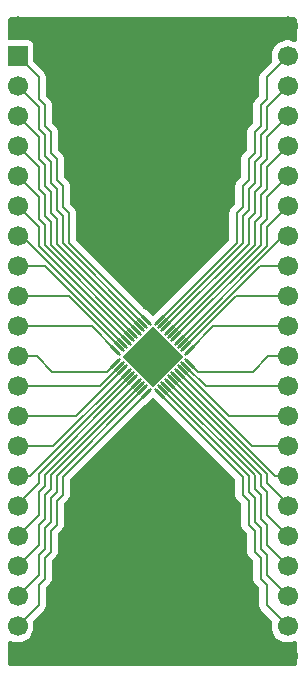
<source format=gtl>
G04 #@! TF.GenerationSoftware,KiCad,Pcbnew,9.0.6*
G04 #@! TF.CreationDate,2026-01-08T21:28:12-06:00*
G04 #@! TF.ProjectId,QFN-40_5x5_P0.4,51464e2d-3430-45f3-9578-355f50302e34,rev?*
G04 #@! TF.SameCoordinates,Original*
G04 #@! TF.FileFunction,Copper,L1,Top*
G04 #@! TF.FilePolarity,Positive*
%FSLAX46Y46*%
G04 Gerber Fmt 4.6, Leading zero omitted, Abs format (unit mm)*
G04 Created by KiCad (PCBNEW 9.0.6) date 2026-01-08 21:28:12*
%MOMM*%
%LPD*%
G01*
G04 APERTURE LIST*
G04 Aperture macros list*
%AMRoundRect*
0 Rectangle with rounded corners*
0 $1 Rounding radius*
0 $2 $3 $4 $5 $6 $7 $8 $9 X,Y pos of 4 corners*
0 Add a 4 corners polygon primitive as box body*
4,1,4,$2,$3,$4,$5,$6,$7,$8,$9,$2,$3,0*
0 Add four circle primitives for the rounded corners*
1,1,$1+$1,$2,$3*
1,1,$1+$1,$4,$5*
1,1,$1+$1,$6,$7*
1,1,$1+$1,$8,$9*
0 Add four rect primitives between the rounded corners*
20,1,$1+$1,$2,$3,$4,$5,0*
20,1,$1+$1,$4,$5,$6,$7,0*
20,1,$1+$1,$6,$7,$8,$9,0*
20,1,$1+$1,$8,$9,$2,$3,0*%
%AMRotRect*
0 Rectangle, with rotation*
0 The origin of the aperture is its center*
0 $1 length*
0 $2 width*
0 $3 Rotation angle, in degrees counterclockwise*
0 Add horizontal line*
21,1,$1,$2,0,0,$3*%
G04 Aperture macros list end*
G04 #@! TA.AperFunction,SMDPad,CuDef*
%ADD10RoundRect,0.062500X-0.424264X0.335876X0.335876X-0.424264X0.424264X-0.335876X-0.335876X0.424264X0*%
G04 #@! TD*
G04 #@! TA.AperFunction,SMDPad,CuDef*
%ADD11RoundRect,0.062500X-0.424264X-0.335876X-0.335876X-0.424264X0.424264X0.335876X0.335876X0.424264X0*%
G04 #@! TD*
G04 #@! TA.AperFunction,HeatsinkPad*
%ADD12C,0.500000*%
G04 #@! TD*
G04 #@! TA.AperFunction,HeatsinkPad*
%ADD13RotRect,3.600000X3.600000X315.000000*%
G04 #@! TD*
G04 #@! TA.AperFunction,ComponentPad*
%ADD14C,1.700000*%
G04 #@! TD*
G04 #@! TA.AperFunction,ComponentPad*
%ADD15R,1.700000X1.700000*%
G04 #@! TD*
G04 #@! TA.AperFunction,ViaPad*
%ADD16C,0.600000*%
G04 #@! TD*
G04 #@! TA.AperFunction,Conductor*
%ADD17C,0.200000*%
G04 #@! TD*
G04 APERTURE END LIST*
D10*
X135551798Y-107639219D03*
X135268955Y-107922061D03*
X134986113Y-108204904D03*
X134703270Y-108487747D03*
X134420427Y-108770590D03*
X134137585Y-109053432D03*
X133854742Y-109336275D03*
X133571899Y-109619118D03*
X133289056Y-109901960D03*
X133006214Y-110184803D03*
D11*
X133006214Y-111369207D03*
X133289056Y-111652050D03*
X133571899Y-111934892D03*
X133854742Y-112217735D03*
X134137585Y-112500578D03*
X134420427Y-112783420D03*
X134703270Y-113066263D03*
X134986113Y-113349106D03*
X135268955Y-113631949D03*
X135551798Y-113914791D03*
D10*
X136736202Y-113914791D03*
X137019045Y-113631949D03*
X137301887Y-113349106D03*
X137584730Y-113066263D03*
X137867573Y-112783420D03*
X138150415Y-112500578D03*
X138433258Y-112217735D03*
X138716101Y-111934892D03*
X138998944Y-111652050D03*
X139281786Y-111369207D03*
D11*
X139281786Y-110184803D03*
X138998944Y-109901960D03*
X138716101Y-109619118D03*
X138433258Y-109336275D03*
X138150415Y-109053432D03*
X137867573Y-108770590D03*
X137584730Y-108487747D03*
X137301887Y-108204904D03*
X137019045Y-107922061D03*
X136736202Y-107639219D03*
D12*
X136144000Y-108584974D03*
X135413323Y-109315651D03*
X134682646Y-110046328D03*
X133951969Y-110777005D03*
X136874677Y-109315651D03*
X136144000Y-110046328D03*
X135413323Y-110777005D03*
X134682646Y-111507682D03*
D13*
X136144000Y-110777005D03*
D12*
X137605354Y-110046328D03*
X136874677Y-110777005D03*
X136144000Y-111507682D03*
X135413323Y-112238359D03*
X138336031Y-110777005D03*
X137605354Y-111507682D03*
X136874677Y-112238359D03*
X136144000Y-112969036D03*
D14*
X147574000Y-82804000D03*
X147574000Y-85344000D03*
X147574000Y-87884000D03*
X147574000Y-90424000D03*
X147574000Y-92964000D03*
X147574000Y-95504000D03*
X147574000Y-98044000D03*
X147574000Y-100584000D03*
X147574000Y-103124000D03*
X147574000Y-105664000D03*
X147574000Y-108204000D03*
X147574000Y-110744000D03*
X147574000Y-113284000D03*
X147574000Y-115824000D03*
X147574000Y-118364000D03*
X147574000Y-120904000D03*
X147574000Y-123444000D03*
X147574000Y-125984000D03*
X147574000Y-128524000D03*
X147574000Y-131064000D03*
X147574000Y-133604000D03*
X147574000Y-136144000D03*
X124714000Y-82804000D03*
D15*
X124714000Y-85344000D03*
D14*
X124714000Y-87884000D03*
X124714000Y-90424000D03*
X124714000Y-92964000D03*
X124714000Y-95504000D03*
X124714000Y-98044000D03*
X124714000Y-100584000D03*
X124714000Y-103124000D03*
X124714000Y-105664000D03*
X124714000Y-108204000D03*
X124714000Y-110744000D03*
X124714000Y-113284000D03*
X124714000Y-115824000D03*
X124714000Y-118364000D03*
X124714000Y-120904000D03*
X124714000Y-123444000D03*
X124714000Y-125984000D03*
X124714000Y-128524000D03*
X124714000Y-131064000D03*
X124714000Y-133604000D03*
X124714000Y-136144000D03*
D16*
X136144000Y-91186000D03*
X136144000Y-129032000D03*
X136144000Y-106586005D03*
X136144000Y-114968005D03*
D17*
X145796000Y-121445005D02*
X147574000Y-123223005D01*
X145796000Y-120711847D02*
X145796000Y-121445005D01*
X144579523Y-118364000D02*
X147574000Y-118364000D01*
X147574000Y-123223005D02*
X147574000Y-123444000D01*
X146553837Y-120904000D02*
X147574000Y-120904000D01*
X137867573Y-112783420D02*
X145796000Y-120711847D01*
X138150415Y-112500578D02*
X146553837Y-120904000D01*
X144636498Y-112047005D02*
X145939503Y-110744000D01*
X142605209Y-115824000D02*
X147574000Y-115824000D01*
X140630894Y-113284000D02*
X147574000Y-113284000D01*
X139959584Y-112047005D02*
X144636498Y-112047005D01*
X145939503Y-110744000D02*
X147574000Y-110744000D01*
X138998944Y-111652050D02*
X140630894Y-113284000D01*
X139281786Y-111369207D02*
X139959584Y-112047005D01*
X137584730Y-113066263D02*
X145288000Y-120769533D01*
X138716101Y-111934892D02*
X142605209Y-115824000D01*
X138433258Y-112217735D02*
X144579523Y-118364000D01*
X145796000Y-122207005D02*
X145796000Y-124206000D01*
X145796000Y-99093005D02*
X145796000Y-97282000D01*
X145288000Y-99601005D02*
X145796000Y-99093005D01*
X145211219Y-103124000D02*
X147574000Y-103124000D01*
X147185533Y-100584000D02*
X147574000Y-100584000D01*
X145288000Y-101350163D02*
X145288000Y-99601005D01*
X137867573Y-108770590D02*
X145288000Y-101350163D01*
X138716101Y-109619118D02*
X145211219Y-103124000D01*
X138433258Y-109336275D02*
X147185533Y-100584000D01*
X144780000Y-94267005D02*
X145288000Y-93759005D01*
X145796000Y-94013005D02*
X145796000Y-92202000D01*
X145796000Y-96553005D02*
X145796000Y-94742000D01*
X145288000Y-94521005D02*
X145796000Y-94013005D01*
X145796000Y-89662000D02*
X147574000Y-87884000D01*
X145288000Y-98839005D02*
X145288000Y-97061005D01*
X144272000Y-98331005D02*
X144272000Y-96553005D01*
X138150415Y-109053432D02*
X145796000Y-101407847D01*
X144272000Y-101234791D02*
X144272000Y-99093005D01*
X145796000Y-101407847D02*
X145796000Y-99822000D01*
X145796000Y-91473005D02*
X145796000Y-89662000D01*
X145288000Y-91981005D02*
X145796000Y-91473005D01*
X137019045Y-107922061D02*
X143764000Y-101177106D01*
X143764000Y-101177106D02*
X143764000Y-98839005D01*
X145796000Y-99822000D02*
X147574000Y-98044000D01*
X143236904Y-105664000D02*
X147574000Y-105664000D01*
X145796000Y-94742000D02*
X147574000Y-92964000D01*
X144272000Y-96553005D02*
X144780000Y-96045005D01*
X144780000Y-96807005D02*
X145288000Y-96299005D01*
X145288000Y-93759005D02*
X145288000Y-91981005D01*
X144780000Y-101292477D02*
X144780000Y-99347005D01*
X137301887Y-108204904D02*
X144272000Y-101234791D01*
X144780000Y-96045005D02*
X144780000Y-94267005D01*
X143764000Y-98839005D02*
X144272000Y-98331005D01*
X145796000Y-92202000D02*
X147574000Y-90424000D01*
X145796000Y-97282000D02*
X147574000Y-95504000D01*
X145288000Y-96299005D02*
X145288000Y-94521005D01*
X144780000Y-98585005D02*
X144780000Y-96807005D01*
X145288000Y-97061005D02*
X145796000Y-96553005D01*
X144272000Y-99093005D02*
X144780000Y-98585005D01*
X144780000Y-99347005D02*
X145288000Y-98839005D01*
X137584730Y-108487747D02*
X144780000Y-101292477D01*
X138998944Y-109901960D02*
X143236904Y-105664000D01*
X144780000Y-124747005D02*
X145288000Y-125255005D01*
X144780000Y-122715005D02*
X144780000Y-124747005D01*
X145288000Y-127795005D02*
X145288000Y-129573005D01*
X137301887Y-113349106D02*
X144780000Y-120827219D01*
X144780000Y-127287005D02*
X145288000Y-127795005D01*
X145288000Y-125255005D02*
X145288000Y-127033005D01*
X144780000Y-125509005D02*
X144780000Y-127287005D01*
X144272000Y-122207005D02*
X144780000Y-122715005D01*
X145288000Y-129573005D02*
X145796000Y-130081005D01*
X144272000Y-122969005D02*
X144272000Y-125001005D01*
X137019045Y-113631949D02*
X144272000Y-120884904D01*
X145796000Y-129286000D02*
X147574000Y-131064000D01*
X145796000Y-126746000D02*
X147574000Y-128524000D01*
X145288000Y-124493005D02*
X145796000Y-125001005D01*
X145796000Y-130081005D02*
X145796000Y-131826000D01*
X143764000Y-120942589D02*
X143764000Y-122461005D01*
X136736202Y-113914791D02*
X143764000Y-120942589D01*
X144780000Y-121953005D02*
X145288000Y-122461005D01*
X145796000Y-127541005D02*
X145796000Y-129286000D01*
X145796000Y-124206000D02*
X147574000Y-125984000D01*
X144272000Y-120884904D02*
X144272000Y-122207005D01*
X145288000Y-122461005D02*
X145288000Y-124493005D01*
X143764000Y-122461005D02*
X144272000Y-122969005D01*
X144780000Y-120827219D02*
X144780000Y-121953005D01*
X145796000Y-131826000D02*
X147574000Y-133604000D01*
X145796000Y-125001005D02*
X145796000Y-126746000D01*
X144272000Y-125001005D02*
X144780000Y-125509005D01*
X145288000Y-121699005D02*
X145796000Y-122207005D01*
X145288000Y-127033005D02*
X145796000Y-127541005D01*
X145288000Y-120769533D02*
X145288000Y-121699005D01*
X143764000Y-98077005D02*
X143764000Y-96299005D01*
X136736202Y-107639219D02*
X143256000Y-101119421D01*
X145796000Y-87122000D02*
X147574000Y-85344000D01*
X144780000Y-91727005D02*
X145288000Y-91219005D01*
X144272000Y-95791005D02*
X144272000Y-94013005D01*
X144272000Y-94013005D02*
X144780000Y-93505005D01*
X145288000Y-89441005D02*
X145796000Y-88933005D01*
X144780000Y-93505005D02*
X144780000Y-91727005D01*
X145796000Y-88933005D02*
X145796000Y-87122000D01*
X143256000Y-101119421D02*
X143256000Y-98585005D01*
X143764000Y-96299005D02*
X144272000Y-95791005D01*
X143256000Y-98585005D02*
X143764000Y-98077005D01*
X145288000Y-91219005D02*
X145288000Y-89441005D01*
X139281786Y-110184803D02*
X141262589Y-108204000D01*
X141262589Y-108204000D02*
X147574000Y-108204000D01*
X126492000Y-131826000D02*
X124714000Y-133604000D01*
X126492000Y-130081005D02*
X126492000Y-131826000D01*
X127000000Y-129573005D02*
X126492000Y-130081005D01*
X127000000Y-127795005D02*
X127000000Y-129573005D01*
X127508000Y-127287005D02*
X127000000Y-127795005D01*
X127508000Y-125509005D02*
X127508000Y-127287005D01*
X128016000Y-125001005D02*
X127508000Y-125509005D01*
X128016000Y-122969005D02*
X128016000Y-125001005D01*
X128524000Y-122461005D02*
X128016000Y-122969005D01*
X128524000Y-120942589D02*
X128524000Y-122461005D01*
X135551798Y-113914791D02*
X128524000Y-120942589D01*
X126492000Y-129286000D02*
X124714000Y-131064000D01*
X126492000Y-127541005D02*
X126492000Y-129286000D01*
X127000000Y-127033005D02*
X126492000Y-127541005D01*
X127000000Y-125255005D02*
X127000000Y-127033005D01*
X127508000Y-124747005D02*
X127000000Y-125255005D01*
X127508000Y-122715005D02*
X127508000Y-124747005D01*
X128016000Y-122207005D02*
X127508000Y-122715005D01*
X128016000Y-120884904D02*
X128016000Y-122207005D01*
X135268955Y-113631949D02*
X128016000Y-120884904D01*
X126492000Y-125001005D02*
X126492000Y-126746000D01*
X127000000Y-122461005D02*
X127000000Y-124493005D01*
X127508000Y-121953005D02*
X127000000Y-122461005D01*
X127000000Y-124493005D02*
X126492000Y-125001005D01*
X127508000Y-120827219D02*
X127508000Y-121953005D01*
X126492000Y-126746000D02*
X124714000Y-128524000D01*
X134986113Y-113349106D02*
X127508000Y-120827219D01*
X126492000Y-124206000D02*
X124714000Y-125984000D01*
X127000000Y-121699005D02*
X126492000Y-122207005D01*
X127000000Y-120769533D02*
X127000000Y-121699005D01*
X134703270Y-113066263D02*
X127000000Y-120769533D01*
X126492000Y-122207005D02*
X126492000Y-124206000D01*
X126492000Y-121445005D02*
X124714000Y-123223005D01*
X126492000Y-120711847D02*
X126492000Y-121445005D01*
X124714000Y-123223005D02*
X124714000Y-123444000D01*
X134420427Y-112783420D02*
X126492000Y-120711847D01*
X134137585Y-112500578D02*
X125734163Y-120904000D01*
X125734163Y-120904000D02*
X124714000Y-120904000D01*
X133854742Y-112217735D02*
X127708477Y-118364000D01*
X127708477Y-118364000D02*
X124714000Y-118364000D01*
X129682791Y-115824000D02*
X124714000Y-115824000D01*
X133571899Y-111934892D02*
X129682791Y-115824000D01*
X131657106Y-113284000D02*
X124714000Y-113284000D01*
X133289056Y-111652050D02*
X131657106Y-113284000D01*
X127651502Y-112047005D02*
X126348497Y-110744000D01*
X133006214Y-111369207D02*
X132328416Y-112047005D01*
X132328416Y-112047005D02*
X127651502Y-112047005D01*
X126348497Y-110744000D02*
X124714000Y-110744000D01*
X126492000Y-87122000D02*
X124714000Y-85344000D01*
X126492000Y-88933005D02*
X126492000Y-87122000D01*
X127000000Y-89441005D02*
X126492000Y-88933005D01*
X127000000Y-91219005D02*
X127000000Y-89441005D01*
X127508000Y-91727005D02*
X127000000Y-91219005D01*
X127508000Y-93505005D02*
X127508000Y-91727005D01*
X128016000Y-94013005D02*
X127508000Y-93505005D01*
X128016000Y-95791005D02*
X128016000Y-94013005D01*
X128524000Y-96299005D02*
X128016000Y-95791005D01*
X128524000Y-98077005D02*
X128524000Y-96299005D01*
X129032000Y-98585005D02*
X128524000Y-98077005D01*
X129032000Y-101119421D02*
X129032000Y-98585005D01*
X135551798Y-107639219D02*
X129032000Y-101119421D01*
X126492000Y-91473005D02*
X126492000Y-89662000D01*
X127000000Y-91981005D02*
X126492000Y-91473005D01*
X127000000Y-93759005D02*
X127000000Y-91981005D01*
X127508000Y-94267005D02*
X127000000Y-93759005D01*
X127508000Y-96045005D02*
X127508000Y-94267005D01*
X126492000Y-89662000D02*
X124714000Y-87884000D01*
X128016000Y-96553005D02*
X127508000Y-96045005D01*
X128016000Y-98331005D02*
X128016000Y-96553005D01*
X128524000Y-98839005D02*
X128016000Y-98331005D01*
X128524000Y-101177106D02*
X128524000Y-98839005D01*
X135268955Y-107922061D02*
X128524000Y-101177106D01*
X126492000Y-92202000D02*
X124714000Y-90424000D01*
X126492000Y-94013005D02*
X126492000Y-92202000D01*
X127000000Y-94521005D02*
X126492000Y-94013005D01*
X127000000Y-96299005D02*
X127000000Y-94521005D01*
X127508000Y-96807005D02*
X127000000Y-96299005D01*
X127508000Y-98585005D02*
X127508000Y-96807005D01*
X128016000Y-99093005D02*
X127508000Y-98585005D01*
X128016000Y-101234791D02*
X128016000Y-99093005D01*
X134986113Y-108204904D02*
X128016000Y-101234791D01*
X126492000Y-96553005D02*
X126492000Y-94742000D01*
X127000000Y-98839005D02*
X127000000Y-97061005D01*
X127508000Y-99347005D02*
X127000000Y-98839005D01*
X127000000Y-97061005D02*
X126492000Y-96553005D01*
X127508000Y-101292477D02*
X127508000Y-99347005D01*
X126492000Y-94742000D02*
X124714000Y-92964000D01*
X134703270Y-108487747D02*
X127508000Y-101292477D01*
X126492000Y-97282000D02*
X124714000Y-95504000D01*
X126492000Y-99093005D02*
X126492000Y-97282000D01*
X127000000Y-99601005D02*
X126492000Y-99093005D01*
X127000000Y-101350163D02*
X127000000Y-99601005D01*
X134420427Y-108770590D02*
X127000000Y-101350163D01*
X126492000Y-99822000D02*
X124714000Y-98044000D01*
X126492000Y-101407847D02*
X126492000Y-99822000D01*
X134137585Y-109053432D02*
X126492000Y-101407847D01*
X125102467Y-100584000D02*
X124714000Y-100584000D01*
X133854742Y-109336275D02*
X125102467Y-100584000D01*
X127076781Y-103124000D02*
X124714000Y-103124000D01*
X133571899Y-109619118D02*
X127076781Y-103124000D01*
X129051096Y-105664000D02*
X124714000Y-105664000D01*
X133289056Y-109901960D02*
X129051096Y-105664000D01*
X131025411Y-108204000D02*
X124714000Y-108204000D01*
X133006214Y-110184803D02*
X131025411Y-108204000D01*
G04 #@! TA.AperFunction,Conductor*
G36*
X136187332Y-114266358D02*
G01*
X136231680Y-114294859D01*
X136700068Y-114763246D01*
X136700077Y-114763254D01*
X136740010Y-114793896D01*
X136788148Y-114830834D01*
X136788150Y-114830834D01*
X136788152Y-114830836D01*
X136790724Y-114831901D01*
X136830960Y-114858784D01*
X143127181Y-121155005D01*
X143160666Y-121216328D01*
X143163500Y-121242686D01*
X143163500Y-122374335D01*
X143163499Y-122374353D01*
X143163499Y-122540059D01*
X143163498Y-122540059D01*
X143204422Y-122692788D01*
X143229476Y-122736182D01*
X143229478Y-122736185D01*
X143283479Y-122829719D01*
X143283481Y-122829722D01*
X143402349Y-122948590D01*
X143402355Y-122948595D01*
X143635181Y-123181421D01*
X143668666Y-123242744D01*
X143671500Y-123269102D01*
X143671500Y-124914335D01*
X143671499Y-124914353D01*
X143671499Y-125080059D01*
X143671498Y-125080059D01*
X143712422Y-125232788D01*
X143737476Y-125276182D01*
X143737478Y-125276185D01*
X143791479Y-125369719D01*
X143791481Y-125369722D01*
X143910349Y-125488590D01*
X143910355Y-125488595D01*
X144143181Y-125721421D01*
X144176666Y-125782744D01*
X144179500Y-125809102D01*
X144179500Y-127200335D01*
X144179499Y-127200353D01*
X144179499Y-127366059D01*
X144179498Y-127366059D01*
X144220424Y-127518794D01*
X144220425Y-127518795D01*
X144245340Y-127561948D01*
X144245341Y-127561950D01*
X144299475Y-127655714D01*
X144299481Y-127655722D01*
X144418349Y-127774590D01*
X144418355Y-127774595D01*
X144651181Y-128007421D01*
X144684666Y-128068744D01*
X144687500Y-128095102D01*
X144687500Y-129486335D01*
X144687499Y-129486353D01*
X144687499Y-129652059D01*
X144687498Y-129652059D01*
X144728423Y-129804790D01*
X144728424Y-129804793D01*
X144732842Y-129812444D01*
X144732845Y-129812449D01*
X144807477Y-129941717D01*
X144807481Y-129941722D01*
X144926349Y-130060590D01*
X144926355Y-130060595D01*
X145159181Y-130293421D01*
X145192666Y-130354744D01*
X145195500Y-130381102D01*
X145195500Y-131739330D01*
X145195499Y-131739348D01*
X145195499Y-131905054D01*
X145195498Y-131905054D01*
X145195499Y-131905057D01*
X145236423Y-132057785D01*
X145236424Y-132057786D01*
X145240298Y-132064498D01*
X145240300Y-132064500D01*
X145315477Y-132194712D01*
X145315481Y-132194717D01*
X145434349Y-132313585D01*
X145434355Y-132313590D01*
X146240241Y-133119476D01*
X146273726Y-133180799D01*
X146270492Y-133245473D01*
X146256753Y-133287757D01*
X146223500Y-133497713D01*
X146223500Y-133710286D01*
X146256753Y-133920239D01*
X146322444Y-134122414D01*
X146418951Y-134311820D01*
X146543890Y-134483786D01*
X146694213Y-134634109D01*
X146866179Y-134759048D01*
X146866181Y-134759049D01*
X146866184Y-134759051D01*
X147055588Y-134855557D01*
X147257757Y-134921246D01*
X147467713Y-134954500D01*
X147467714Y-134954500D01*
X147680286Y-134954500D01*
X147680287Y-134954500D01*
X147890243Y-134921246D01*
X148092412Y-134855557D01*
X148163205Y-134819485D01*
X148231874Y-134806590D01*
X148296614Y-134832866D01*
X148336872Y-134889972D01*
X148343500Y-134929971D01*
X148343500Y-136799929D01*
X148323815Y-136866968D01*
X148271011Y-136912723D01*
X148219500Y-136923929D01*
X124068500Y-136923929D01*
X124001461Y-136904244D01*
X123955706Y-136851440D01*
X123944500Y-136799929D01*
X123944500Y-134929971D01*
X123964185Y-134862932D01*
X124016989Y-134817177D01*
X124086147Y-134807233D01*
X124124793Y-134819485D01*
X124195588Y-134855557D01*
X124397757Y-134921246D01*
X124607713Y-134954500D01*
X124607714Y-134954500D01*
X124820286Y-134954500D01*
X124820287Y-134954500D01*
X125030243Y-134921246D01*
X125232412Y-134855557D01*
X125421816Y-134759051D01*
X125443789Y-134743086D01*
X125593786Y-134634109D01*
X125593788Y-134634106D01*
X125593792Y-134634104D01*
X125744104Y-134483792D01*
X125744106Y-134483788D01*
X125744109Y-134483786D01*
X125869048Y-134311820D01*
X125869047Y-134311820D01*
X125869051Y-134311816D01*
X125965557Y-134122412D01*
X126031246Y-133920243D01*
X126064500Y-133710287D01*
X126064500Y-133497713D01*
X126031246Y-133287757D01*
X126017506Y-133245473D01*
X126015512Y-133175635D01*
X126047755Y-133119478D01*
X126972520Y-132194716D01*
X127051577Y-132057784D01*
X127092501Y-131905057D01*
X127092501Y-131746942D01*
X127092501Y-131739339D01*
X127092500Y-131739329D01*
X127092500Y-130381101D01*
X127112185Y-130314062D01*
X127128815Y-130293424D01*
X127358506Y-130063732D01*
X127358511Y-130063729D01*
X127368714Y-130053525D01*
X127368716Y-130053525D01*
X127480520Y-129941721D01*
X127559577Y-129804789D01*
X127600500Y-129652062D01*
X127600500Y-128095101D01*
X127620185Y-128028062D01*
X127636815Y-128007424D01*
X127866506Y-127777732D01*
X127866511Y-127777729D01*
X127876714Y-127767525D01*
X127876716Y-127767525D01*
X127988520Y-127655721D01*
X128067577Y-127518789D01*
X128098945Y-127401721D01*
X128108500Y-127366063D01*
X128108500Y-127207948D01*
X128108500Y-125809101D01*
X128128185Y-125742062D01*
X128144815Y-125721424D01*
X128374506Y-125491732D01*
X128374511Y-125491729D01*
X128384714Y-125481525D01*
X128384716Y-125481525D01*
X128496520Y-125369721D01*
X128575577Y-125232789D01*
X128616500Y-125080062D01*
X128616500Y-123269101D01*
X128636185Y-123202062D01*
X128652815Y-123181424D01*
X128882506Y-122951732D01*
X128882511Y-122951729D01*
X128892714Y-122941525D01*
X128892716Y-122941525D01*
X129004520Y-122829721D01*
X129083577Y-122692789D01*
X129124500Y-122540062D01*
X129124500Y-121242685D01*
X129144185Y-121175646D01*
X129160814Y-121155009D01*
X135457040Y-114858782D01*
X135497269Y-114831903D01*
X135499852Y-114830834D01*
X135587930Y-114763249D01*
X136056318Y-114294858D01*
X136117641Y-114261374D01*
X136187332Y-114266358D01*
G37*
G04 #@! TD.AperFunction*
G04 #@! TA.AperFunction,Conductor*
G36*
X136157572Y-108660408D02*
G01*
X136187330Y-108662536D01*
X136192670Y-108665968D01*
X136197119Y-108666673D01*
X136226534Y-108686178D01*
X136229182Y-108688540D01*
X136311161Y-108770518D01*
X136382329Y-108825128D01*
X136385755Y-108828183D01*
X136401596Y-108845238D01*
X136453424Y-108912782D01*
X136453429Y-108912788D01*
X136593993Y-109053352D01*
X136593997Y-109053355D01*
X136594003Y-109053361D01*
X136661556Y-109105197D01*
X136684437Y-109128079D01*
X136736272Y-109195631D01*
X136736276Y-109195635D01*
X136736277Y-109195636D01*
X136876836Y-109336195D01*
X136876840Y-109336198D01*
X136876846Y-109336204D01*
X136944399Y-109388040D01*
X136967280Y-109410922D01*
X137019115Y-109478474D01*
X137019119Y-109478478D01*
X137019120Y-109478479D01*
X137159683Y-109619042D01*
X137159690Y-109619048D01*
X137227235Y-109670877D01*
X137250125Y-109693767D01*
X137301954Y-109761313D01*
X137301956Y-109761315D01*
X137301957Y-109761316D01*
X137442531Y-109901889D01*
X137510084Y-109953725D01*
X137532965Y-109976607D01*
X137584800Y-110044159D01*
X137584804Y-110044163D01*
X137584805Y-110044164D01*
X137725364Y-110184723D01*
X137725368Y-110184726D01*
X137725374Y-110184732D01*
X137792927Y-110236568D01*
X137815808Y-110259450D01*
X137818901Y-110263481D01*
X137867643Y-110327002D01*
X137867647Y-110327006D01*
X137867648Y-110327007D01*
X138008211Y-110467570D01*
X138008215Y-110467573D01*
X138008217Y-110467575D01*
X138008221Y-110467578D01*
X138075768Y-110519410D01*
X138092823Y-110535250D01*
X138095868Y-110538664D01*
X138150486Y-110609844D01*
X138232471Y-110691828D01*
X138234827Y-110694470D01*
X138248340Y-110722974D01*
X138263451Y-110750647D01*
X138263190Y-110754296D01*
X138264758Y-110757604D01*
X138260716Y-110788883D01*
X138258467Y-110820339D01*
X138256195Y-110823873D01*
X138255805Y-110826897D01*
X138249239Y-110834696D01*
X138229966Y-110864686D01*
X138150492Y-110944159D01*
X138150481Y-110944172D01*
X138098654Y-111011712D01*
X138075768Y-111034598D01*
X138008223Y-111086428D01*
X138008211Y-111086439D01*
X137867649Y-111227001D01*
X137867638Y-111227014D01*
X137815808Y-111294558D01*
X137792921Y-111317445D01*
X137725381Y-111369270D01*
X137725372Y-111369278D01*
X137584806Y-111509844D01*
X137584795Y-111509857D01*
X137532965Y-111577401D01*
X137510078Y-111600288D01*
X137442538Y-111652113D01*
X137442529Y-111652121D01*
X137301966Y-111792685D01*
X137301964Y-111792686D01*
X137250126Y-111860242D01*
X137227237Y-111883130D01*
X137159694Y-111934957D01*
X137159688Y-111934962D01*
X137019121Y-112075529D01*
X137019110Y-112075542D01*
X136967280Y-112143086D01*
X136944393Y-112165973D01*
X136876853Y-112217798D01*
X136876844Y-112217806D01*
X136736278Y-112358372D01*
X136736267Y-112358385D01*
X136684437Y-112425929D01*
X136661550Y-112448816D01*
X136594010Y-112500641D01*
X136594001Y-112500649D01*
X136453435Y-112641215D01*
X136453424Y-112641228D01*
X136401594Y-112708772D01*
X136385756Y-112725825D01*
X136382329Y-112728881D01*
X136311161Y-112783491D01*
X136229177Y-112865475D01*
X136226536Y-112867831D01*
X136198031Y-112881344D01*
X136170358Y-112896456D01*
X136166709Y-112896195D01*
X136163402Y-112897763D01*
X136132122Y-112893721D01*
X136100666Y-112891472D01*
X136097131Y-112889200D01*
X136094108Y-112888810D01*
X136086308Y-112882244D01*
X136056319Y-112862971D01*
X135976848Y-112783500D01*
X135976839Y-112783492D01*
X135909292Y-112731661D01*
X135886403Y-112708772D01*
X135834571Y-112641222D01*
X135693997Y-112500649D01*
X135626447Y-112448815D01*
X135603559Y-112425927D01*
X135551732Y-112358383D01*
X135411163Y-112217814D01*
X135411154Y-112217806D01*
X135343605Y-112165973D01*
X135320716Y-112143084D01*
X135268889Y-112075540D01*
X135128316Y-111934967D01*
X135128306Y-111934959D01*
X135060760Y-111883128D01*
X135037871Y-111860239D01*
X135033264Y-111854235D01*
X134986043Y-111792694D01*
X134845469Y-111652121D01*
X134777919Y-111600287D01*
X134755031Y-111577399D01*
X134703204Y-111509855D01*
X134562635Y-111369286D01*
X134562626Y-111369278D01*
X134536881Y-111349523D01*
X134495076Y-111317444D01*
X134472188Y-111294556D01*
X134420361Y-111227012D01*
X134279792Y-111086443D01*
X134279783Y-111086435D01*
X134212232Y-111034601D01*
X134195177Y-111018761D01*
X134192135Y-111015350D01*
X134137514Y-110944166D01*
X134055528Y-110862181D01*
X134053173Y-110859540D01*
X134039659Y-110831035D01*
X134024549Y-110803363D01*
X134024809Y-110799713D01*
X134023242Y-110796406D01*
X134027283Y-110765125D01*
X134029533Y-110733671D01*
X134031804Y-110730137D01*
X134032195Y-110727112D01*
X134038762Y-110719309D01*
X134058034Y-110689324D01*
X134137508Y-110609849D01*
X134137512Y-110609845D01*
X134137513Y-110609844D01*
X134189344Y-110542295D01*
X134212229Y-110519410D01*
X134279783Y-110467576D01*
X134420356Y-110327002D01*
X134472191Y-110259450D01*
X134495079Y-110236562D01*
X134529483Y-110210163D01*
X134562620Y-110184738D01*
X134562622Y-110184736D01*
X134562621Y-110184736D01*
X134562626Y-110184733D01*
X134703199Y-110044159D01*
X134755034Y-109976607D01*
X134777922Y-109953719D01*
X134812326Y-109927320D01*
X134845463Y-109901895D01*
X134845465Y-109901893D01*
X134845464Y-109901893D01*
X134845469Y-109901890D01*
X134986042Y-109761316D01*
X135037875Y-109693764D01*
X135060759Y-109670880D01*
X135128311Y-109619048D01*
X135268884Y-109478474D01*
X135320719Y-109410922D01*
X135343607Y-109388034D01*
X135381384Y-109359048D01*
X135411148Y-109336210D01*
X135411150Y-109336208D01*
X135411149Y-109336208D01*
X135411154Y-109336205D01*
X135551727Y-109195631D01*
X135603562Y-109128079D01*
X135626450Y-109105191D01*
X135660854Y-109078792D01*
X135693991Y-109053367D01*
X135693993Y-109053365D01*
X135693992Y-109053365D01*
X135693997Y-109053362D01*
X135834570Y-108912788D01*
X135886404Y-108845235D01*
X135909289Y-108822350D01*
X135976839Y-108770519D01*
X136056321Y-108691036D01*
X136061120Y-108688415D01*
X136064145Y-108683854D01*
X136091454Y-108671851D01*
X136117639Y-108657553D01*
X136123098Y-108657943D01*
X136128110Y-108655741D01*
X136157572Y-108660408D01*
G37*
G04 #@! TD.AperFunction*
G04 #@! TA.AperFunction,Conductor*
G36*
X148286539Y-82064614D02*
G01*
X148332294Y-82117418D01*
X148343500Y-82168929D01*
X148343500Y-84018028D01*
X148323815Y-84085067D01*
X148271011Y-84130822D01*
X148201853Y-84140766D01*
X148163206Y-84128513D01*
X148092417Y-84092445D01*
X148092414Y-84092444D01*
X148092412Y-84092443D01*
X147890243Y-84026754D01*
X147890241Y-84026753D01*
X147890240Y-84026753D01*
X147728957Y-84001208D01*
X147680287Y-83993500D01*
X147467713Y-83993500D01*
X147419042Y-84001208D01*
X147257760Y-84026753D01*
X147055585Y-84092444D01*
X146866179Y-84188951D01*
X146694213Y-84313890D01*
X146543890Y-84464213D01*
X146418951Y-84636179D01*
X146322444Y-84825585D01*
X146256753Y-85027760D01*
X146223500Y-85237713D01*
X146223500Y-85450286D01*
X146256754Y-85660244D01*
X146256754Y-85660247D01*
X146270491Y-85702523D01*
X146272486Y-85772364D01*
X146240241Y-85828522D01*
X145427286Y-86641478D01*
X145315481Y-86753282D01*
X145315479Y-86753285D01*
X145265361Y-86840094D01*
X145265359Y-86840096D01*
X145236425Y-86890209D01*
X145236424Y-86890210D01*
X145220544Y-86949472D01*
X145195499Y-87042943D01*
X145195499Y-87042944D01*
X145195499Y-87042945D01*
X145195499Y-87211046D01*
X145195500Y-87211059D01*
X145195500Y-88632907D01*
X145175815Y-88699946D01*
X145159181Y-88720588D01*
X144807481Y-89072287D01*
X144807479Y-89072289D01*
X144793493Y-89096514D01*
X144787582Y-89106754D01*
X144728423Y-89209220D01*
X144687499Y-89361948D01*
X144687499Y-89361950D01*
X144687499Y-89530051D01*
X144687500Y-89530064D01*
X144687500Y-90918907D01*
X144667815Y-90985946D01*
X144651181Y-91006588D01*
X144299481Y-91358287D01*
X144299479Y-91358290D01*
X144249361Y-91445099D01*
X144249359Y-91445101D01*
X144220425Y-91495214D01*
X144220424Y-91495215D01*
X144209969Y-91534235D01*
X144179499Y-91647948D01*
X144179499Y-91647950D01*
X144179499Y-91816051D01*
X144179500Y-91816064D01*
X144179500Y-93204907D01*
X144159815Y-93271946D01*
X144143181Y-93292588D01*
X143791481Y-93644287D01*
X143791479Y-93644290D01*
X143773253Y-93675858D01*
X143755027Y-93707428D01*
X143712423Y-93781220D01*
X143671499Y-93933948D01*
X143671499Y-93933950D01*
X143671499Y-94102051D01*
X143671500Y-94102064D01*
X143671500Y-95490907D01*
X143651815Y-95557946D01*
X143635181Y-95578588D01*
X143283481Y-95930287D01*
X143283479Y-95930290D01*
X143233361Y-96017099D01*
X143233359Y-96017101D01*
X143204425Y-96067214D01*
X143204424Y-96067215D01*
X143188544Y-96126477D01*
X143163499Y-96219948D01*
X143163499Y-96219950D01*
X143163499Y-96388051D01*
X143163500Y-96388064D01*
X143163500Y-97776907D01*
X143143815Y-97843946D01*
X143127181Y-97864588D01*
X142775481Y-98216287D01*
X142775479Y-98216290D01*
X142725361Y-98303099D01*
X142725359Y-98303101D01*
X142696425Y-98353214D01*
X142696424Y-98353215D01*
X142680544Y-98412477D01*
X142655499Y-98505948D01*
X142655499Y-98505950D01*
X142655499Y-98674051D01*
X142655500Y-98674064D01*
X142655500Y-100819323D01*
X142635815Y-100886362D01*
X142619181Y-100907004D01*
X136830958Y-106695226D01*
X136790737Y-106722103D01*
X136788148Y-106723175D01*
X136700069Y-106790761D01*
X136231680Y-107259150D01*
X136170357Y-107292635D01*
X136100665Y-107287651D01*
X136056320Y-107259151D01*
X135587930Y-106790762D01*
X135587929Y-106790761D01*
X135499853Y-106723176D01*
X135497266Y-106722105D01*
X135457041Y-106695226D01*
X129668819Y-100907004D01*
X129635334Y-100845681D01*
X129632500Y-100819323D01*
X129632500Y-98505950D01*
X129632500Y-98505948D01*
X129591577Y-98353221D01*
X129591573Y-98353214D01*
X129512524Y-98216295D01*
X129512521Y-98216291D01*
X129512520Y-98216289D01*
X129400716Y-98104485D01*
X129400715Y-98104484D01*
X129396385Y-98100154D01*
X129396374Y-98100144D01*
X129160819Y-97864589D01*
X129127334Y-97803266D01*
X129124500Y-97776908D01*
X129124500Y-96219950D01*
X129124500Y-96219948D01*
X129083577Y-96067221D01*
X129083573Y-96067214D01*
X129004524Y-95930295D01*
X129004521Y-95930291D01*
X129004520Y-95930289D01*
X128892716Y-95818485D01*
X128892715Y-95818484D01*
X128888385Y-95814154D01*
X128888374Y-95814144D01*
X128652819Y-95578589D01*
X128619334Y-95517266D01*
X128616500Y-95490908D01*
X128616500Y-93933950D01*
X128616500Y-93933948D01*
X128575577Y-93781221D01*
X128532973Y-93707428D01*
X128496524Y-93644295D01*
X128496521Y-93644291D01*
X128496520Y-93644289D01*
X128384716Y-93532485D01*
X128384715Y-93532484D01*
X128380385Y-93528154D01*
X128380374Y-93528144D01*
X128144819Y-93292589D01*
X128111334Y-93231266D01*
X128108500Y-93204908D01*
X128108500Y-91647950D01*
X128108500Y-91647948D01*
X128067577Y-91495221D01*
X128067573Y-91495214D01*
X127988524Y-91358295D01*
X127988521Y-91358291D01*
X127988520Y-91358289D01*
X127876716Y-91246485D01*
X127876715Y-91246484D01*
X127872385Y-91242154D01*
X127872374Y-91242144D01*
X127636819Y-91006589D01*
X127603334Y-90945266D01*
X127600500Y-90918908D01*
X127600500Y-89361950D01*
X127600500Y-89361948D01*
X127559577Y-89209221D01*
X127559573Y-89209214D01*
X127480524Y-89072295D01*
X127480521Y-89072291D01*
X127480520Y-89072289D01*
X127368716Y-88960485D01*
X127368715Y-88960484D01*
X127364385Y-88956154D01*
X127364374Y-88956144D01*
X127128819Y-88720589D01*
X127095334Y-88659266D01*
X127092500Y-88632908D01*
X127092500Y-87211060D01*
X127092501Y-87211047D01*
X127092501Y-87042944D01*
X127051576Y-86890214D01*
X127051573Y-86890209D01*
X126972524Y-86753290D01*
X126972521Y-86753286D01*
X126972520Y-86753284D01*
X126673471Y-86454235D01*
X126100818Y-85881582D01*
X126067333Y-85820259D01*
X126064499Y-85793901D01*
X126064499Y-84446129D01*
X126064498Y-84446123D01*
X126058091Y-84386516D01*
X126007797Y-84251671D01*
X126007793Y-84251664D01*
X125921547Y-84136455D01*
X125921544Y-84136452D01*
X125806335Y-84050206D01*
X125806328Y-84050202D01*
X125671482Y-83999908D01*
X125671483Y-83999908D01*
X125611883Y-83993501D01*
X125611881Y-83993500D01*
X125611873Y-83993500D01*
X125611865Y-83993500D01*
X124068500Y-83993500D01*
X124001461Y-83973815D01*
X123955706Y-83921011D01*
X123944500Y-83869500D01*
X123944500Y-82168929D01*
X123964185Y-82101890D01*
X124016989Y-82056135D01*
X124068500Y-82044929D01*
X148219500Y-82044929D01*
X148286539Y-82064614D01*
G37*
G04 #@! TD.AperFunction*
M02*

</source>
